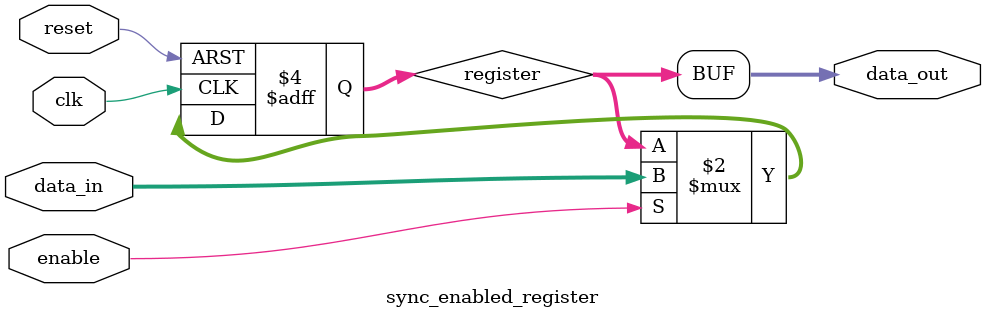
<source format=sv>
module sync_enabled_register (
    input logic clk,          
    input logic reset,        
    input logic enable,       
    input logic [3:0] data_in,
    output logic [3:0] data_out
);
    reg [3:0] register; 
  
    always_ff @(posedge clk or posedge reset) begin
        if (reset) begin
            register <= 4'b0000;
        end else if (enable) begin
            register <= data_in; 
        end
    end
  
    assign data_out = register;

endmodule


</source>
